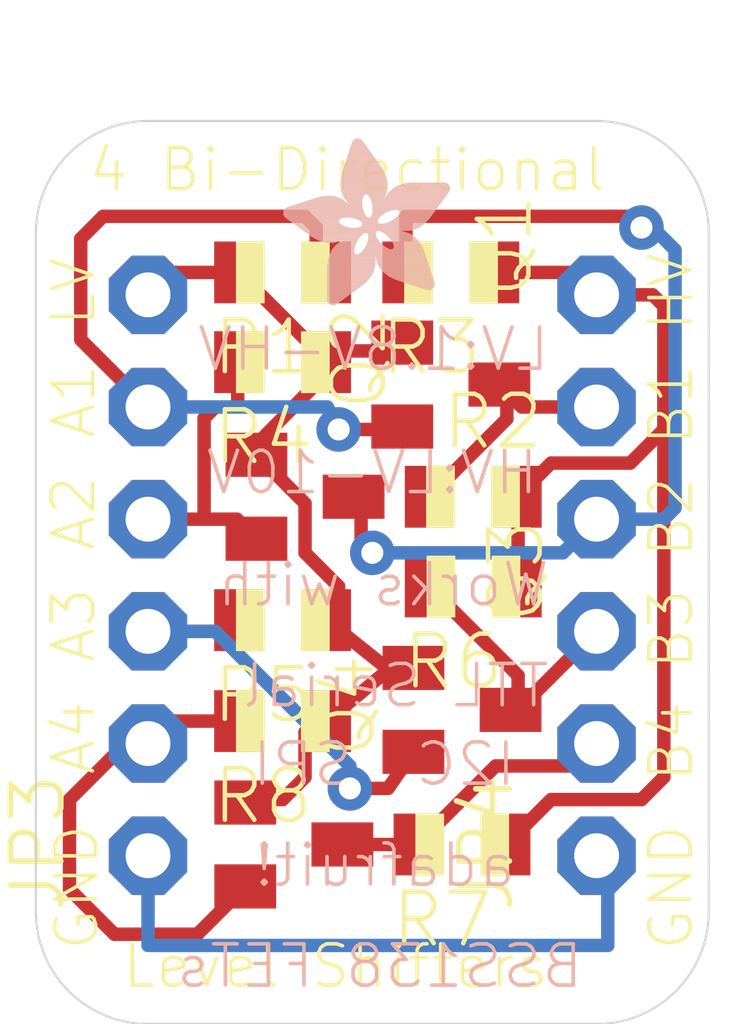
<source format=kicad_pcb>
(kicad_pcb (version 20221018) (generator pcbnew)
  (layers (0 "F.Cu" signal) (1 "In1.Cu" signal) (2 "In2.Cu" signal) (3 "In3.Cu" signal) (4 "In4.Cu" signal) (5 "In5.Cu" signal) (6 "In6.Cu" signal) (7 "In7.Cu" signal) (8 "In8.Cu" signal) (9 "In9.Cu" signal) (10 "In10.Cu" signal) (11 "In11.Cu" signal) (12 "In12.Cu" signal) (13 "In13.Cu" signal) (14 "In14.Cu" signal) (31 "B.Cu" signal) (34 "B.Paste" user) (35 "F.Paste" user) (36 "B.SilkS" user "B.Silkscreen") (37 "F.SilkS" user "F.Silkscreen") (38 "B.Mask" user) (39 "F.Mask" user) (44 "Edge.Cuts" user))
  (net 0 "")
  (net 1 "GND")
  (net 2 "N$6")
  (net 3 "N$8")
  (net 4 "N$9")
  (net 5 "N$2")
  (net 6 "+3V3")
  (net 7 "+5V")
  (net 8 "N$1")
  (net 9 "N$3")
  (net 10 "N$4")
  (net 11 "N$5")
  (footprint "working:R0805" (layer "F.Cu") (at 146.4691 100.2411 180)
    (fp_text reference "R4" (at -0.762 -1.016 180) (layer "F.SilkS") (effects (font (size 1.1684 1.1684) (thickness 0.1016)) (justify right top)))
    (fp_text value "10K")
    (pad "1" smd rect (at -1 0 180) (size 1.1 1.4) (layers "F.Cu" "F.Paste" "F.Mask") (net 6 "+3V3"))
    (pad "2" smd rect (at 1 0 180) (size 1.1 1.4) (layers "F.Cu" "F.Paste" "F.Mask") (net 2 "N$6"))
  )
  (footprint "working:R0805" (layer "F.Cu") (at 146.4691 108.3691 180)
    (fp_text reference "R8" (at -0.762 -1.016 180) (layer "F.SilkS") (effects (font (size 1.1684 1.1684) (thickness 0.1016)) (justify right top)))
    (fp_text value "10K")
    (pad "1" smd rect (at -1 0 180) (size 1.1 1.4) (layers "F.Cu" "F.Paste" "F.Mask") (net 6 "+3V3"))
    (pad "2" smd rect (at 1 0 180) (size 1.1 1.4) (layers "F.Cu" "F.Paste" "F.Mask") (net 10 "N$4"))
  )
  (footprint "working:SOT23" (layer "F.Cu") (at 150.5331 108.1151 -90)
    (fp_text reference "Q3" (at -1.905 -1.905 -90) (layer "F.SilkS") (effects (font (size 1.1684 1.1684) (thickness 0.1016)) (justify left bottom)))
    (fp_text value "BSS138")
    (pad "1" smd rect (at -0.95 1.1 270) (size 1 1.4) (layers "F.Cu" "F.Paste" "F.Mask") (net 6 "+3V3"))
    (pad "2" smd rect (at 0.95 1.1 270) (size 1 1.4) (layers "F.Cu" "F.Paste" "F.Mask") (net 9 "N$3"))
    (pad "3" smd rect (at 0 -1.1 270) (size 1 1.4) (layers "F.Cu" "F.Paste" "F.Mask") (net 8 "N$1"))
  )
  (footprint "working:SOT23" (layer "F.Cu") (at 150.2791 100.7491 -90)
    (fp_text reference "Q1" (at -1.905 -1.905 -90) (layer "F.SilkS") (effects (font (size 1.1684 1.1684) (thickness 0.1016)) (justify left bottom)))
    (fp_text value "BSS138")
    (pad "1" smd rect (at -0.95 1.1 270) (size 1 1.4) (layers "F.Cu" "F.Paste" "F.Mask") (net 6 "+3V3"))
    (pad "2" smd rect (at 0.95 1.1 270) (size 1 1.4) (layers "F.Cu" "F.Paste" "F.Mask") (net 4 "N$9"))
    (pad "3" smd rect (at 0 -1.1 270) (size 1 1.4) (layers "F.Cu" "F.Paste" "F.Mask") (net 5 "N$2"))
  )
  (footprint "working:R0805" (layer "F.Cu") (at 146.4691 106.0831 180)
    (fp_text reference "R5" (at -0.762 -1.016 180) (layer "F.SilkS") (effects (font (size 1.1684 1.1684) (thickness 0.1016)) (justify right top)))
    (fp_text value "10K")
    (pad "1" smd rect (at -1 0 180) (size 1.1 1.4) (layers "F.Cu" "F.Paste" "F.Mask") (net 6 "+3V3"))
    (pad "2" smd rect (at 1 0 180) (size 1.1 1.4) (layers "F.Cu" "F.Paste" "F.Mask") (net 9 "N$3"))
  )
  (footprint "working:1X06-CLEANBIG" (layer "F.Cu") (at 143.4211 105.0671 90)
    (fp_text reference "JP3" (at -7.6962 -1.8288 90) (layer "F.SilkS") (effects (font (size 1.143 1.143) (thickness 0.127)) (justify left bottom)))
    (fp_text value "")
    (pad "1" thru_hole roundrect (at -6.35 0 180) (size 1.778 1.778) (drill 1.016) (layers "*.Cu" "*.Mask") (chamfer_ratio 0.2928932188) (chamfer top_left top_right bottom_left bottom_right) (net 1 "GND"))
    (pad "2" thru_hole roundrect (at -3.81 0 180) (size 1.778 1.778) (drill 1.016) (layers "*.Cu" "*.Mask") (chamfer_ratio 0.2928932188) (chamfer top_left top_right bottom_left bottom_right) (net 10 "N$4"))
    (pad "3" thru_hole roundrect (at -1.27 0 180) (size 1.778 1.778) (drill 1.016) (layers "*.Cu" "*.Mask") (chamfer_ratio 0.2928932188) (chamfer top_left top_right bottom_left bottom_right) (net 9 "N$3"))
    (pad "4" thru_hole roundrect (at 1.27 0 180) (size 1.778 1.778) (drill 1.016) (layers "*.Cu" "*.Mask") (chamfer_ratio 0.2928932188) (chamfer top_left top_right bottom_left bottom_right) (net 2 "N$6"))
    (pad "5" thru_hole roundrect (at 3.81 0 180) (size 1.778 1.778) (drill 1.016) (layers "*.Cu" "*.Mask") (chamfer_ratio 0.2928932188) (chamfer top_left top_right bottom_left bottom_right) (net 4 "N$9"))
    (pad "6" thru_hole roundrect (at 6.35 0 180) (size 1.778 1.778) (drill 1.016) (layers "*.Cu" "*.Mask") (chamfer_ratio 0.2928932188) (chamfer top_left top_right bottom_left bottom_right) (net 6 "+3V3"))
  )
  (footprint "working:SOT23" (layer "F.Cu") (at 146.9771 103.2891 -90)
    (fp_text reference "Q2" (at -1.905 -1.905 -90) (layer "F.SilkS") (effects (font (size 1.1684 1.1684) (thickness 0.1016)) (justify left bottom)))
    (fp_text value "BSS138")
    (pad "1" smd rect (at -0.95 1.1 270) (size 1 1.4) (layers "F.Cu" "F.Paste" "F.Mask") (net 6 "+3V3"))
    (pad "2" smd rect (at 0.95 1.1 270) (size 1 1.4) (layers "F.Cu" "F.Paste" "F.Mask") (net 2 "N$6"))
    (pad "3" smd rect (at 0 -1.1 270) (size 1 1.4) (layers "F.Cu" "F.Paste" "F.Mask") (net 3 "N$8"))
  )
  (footprint "working:R0805" (layer "F.Cu") (at 150.7871 103.2891)
    (fp_text reference "R2" (at -0.762 -1.016) (layer "F.SilkS") (effects (font (size 1.1684 1.1684) (thickness 0.1016)) (justify left bottom)))
    (fp_text value "10K")
    (pad "1" smd rect (at -1 0) (size 1.1 1.4) (layers "F.Cu" "F.Paste" "F.Mask") (net 5 "N$2"))
    (pad "2" smd rect (at 1 0) (size 1.1 1.4) (layers "F.Cu" "F.Paste" "F.Mask") (net 7 "+5V"))
  )
  (footprint "working:SOT23" (layer "F.Cu") (at 146.7231 111.1631 -90)
    (fp_text reference "Q4" (at -1.905 -1.905 -90) (layer "F.SilkS") (effects (font (size 1.1684 1.1684) (thickness 0.1016)) (justify left bottom)))
    (fp_text value "BSS138")
    (pad "1" smd rect (at -0.95 1.1 270) (size 1 1.4) (layers "F.Cu" "F.Paste" "F.Mask") (net 6 "+3V3"))
    (pad "2" smd rect (at 0.95 1.1 270) (size 1 1.4) (layers "F.Cu" "F.Paste" "F.Mask") (net 10 "N$4"))
    (pad "3" smd rect (at 0 -1.1 270) (size 1 1.4) (layers "F.Cu" "F.Paste" "F.Mask") (net 11 "N$5"))
  )
  (footprint "working:R0805" (layer "F.Cu") (at 150.2791 98.2091 180)
    (fp_text reference "R3" (at -0.762 -1.016 180) (layer "F.SilkS") (effects (font (size 1.1684 1.1684) (thickness 0.1016)) (justify right top)))
    (fp_text value "10K")
    (pad "1" smd rect (at -1 0 180) (size 1.1 1.4) (layers "F.Cu" "F.Paste" "F.Mask") (net 7 "+5V"))
    (pad "2" smd rect (at 1 0 180) (size 1.1 1.4) (layers "F.Cu" "F.Paste" "F.Mask") (net 3 "N$8"))
  )
  (footprint "working:1X06-CLEANBIG" (layer "F.Cu") (at 153.5811 105.0671 90)
    (fp_text reference "JP4" (at -7.6962 -1.8288 90) (layer "F.SilkS") (effects (font (size 1.143 1.143) (thickness 0.127)) (justify left bottom)))
    (fp_text value "")
    (pad "1" thru_hole roundrect (at -6.35 0 180) (size 1.778 1.778) (drill 1.016) (layers "*.Cu" "*.Mask") (chamfer_ratio 0.2928932188) (chamfer top_left top_right bottom_left bottom_right) (net 1 "GND"))
    (pad "2" thru_hole roundrect (at -3.81 0 180) (size 1.778 1.778) (drill 1.016) (layers "*.Cu" "*.Mask") (chamfer_ratio 0.2928932188) (chamfer top_left top_right bottom_left bottom_right) (net 11 "N$5"))
    (pad "3" thru_hole roundrect (at -1.27 0 180) (size 1.778 1.778) (drill 1.016) (layers "*.Cu" "*.Mask") (chamfer_ratio 0.2928932188) (chamfer top_left top_right bottom_left bottom_right) (net 8 "N$1"))
    (pad "4" thru_hole roundrect (at 1.27 0 180) (size 1.778 1.778) (drill 1.016) (layers "*.Cu" "*.Mask") (chamfer_ratio 0.2928932188) (chamfer top_left top_right bottom_left bottom_right) (net 3 "N$8"))
    (pad "5" thru_hole roundrect (at 3.81 0 180) (size 1.778 1.778) (drill 1.016) (layers "*.Cu" "*.Mask") (chamfer_ratio 0.2928932188) (chamfer top_left top_right bottom_left bottom_right) (net 5 "N$2"))
    (pad "6" thru_hole roundrect (at 6.35 0 180) (size 1.778 1.778) (drill 1.016) (layers "*.Cu" "*.Mask") (chamfer_ratio 0.2928932188) (chamfer top_left top_right bottom_left bottom_right) (net 7 "+5V"))
  )
  (footprint "working:R0805" (layer "F.Cu") (at 146.4691 98.2091 180)
    (fp_text reference "R1" (at -0.762 -1.016 180) (layer "F.SilkS") (effects (font (size 1.1684 1.1684) (thickness 0.1016)) (justify right top)))
    (fp_text value "10K")
    (pad "1" smd rect (at -1 0 180) (size 1.1 1.4) (layers "F.Cu" "F.Paste" "F.Mask") (net 4 "N$9"))
    (pad "2" smd rect (at 1 0 180) (size 1.1 1.4) (layers "F.Cu" "F.Paste" "F.Mask") (net 6 "+3V3"))
  )
  (footprint "working:R0805" (layer "F.Cu") (at 150.7871 105.3211 180)
    (fp_text reference "R6" (at -0.762 -1.016 180) (layer "F.SilkS") (effects (font (size 1.1684 1.1684) (thickness 0.1016)) (justify right top)))
    (fp_text value "10K")
    (pad "1" smd rect (at -1 0 180) (size 1.1 1.4) (layers "F.Cu" "F.Paste" "F.Mask") (net 7 "+5V"))
    (pad "2" smd rect (at 1 0 180) (size 1.1 1.4) (layers "F.Cu" "F.Paste" "F.Mask") (net 8 "N$1"))
  )
  (footprint "working:R0805" (layer "F.Cu") (at 150.5331 111.1631 180)
    (fp_text reference "R7" (at -0.762 -1.016 180) (layer "F.SilkS") (effects (font (size 1.1684 1.1684) (thickness 0.1016)) (justify right top)))
    (fp_text value "10K")
    (pad "1" smd rect (at -1 0 180) (size 1.1 1.4) (layers "F.Cu" "F.Paste" "F.Mask") (net 7 "+5V"))
    (pad "2" smd rect (at 1 0 180) (size 1.1 1.4) (layers "F.Cu" "F.Paste" "F.Mask") (net 11 "N$5"))
  )
  (footprint "working:ADAFRUIT_3.5MM" (layer "B.Cu") (at 150.2791 98.9711 180)
    (fp_text reference "U$1" hide)
    (fp_text value "" hide)
  )
  (gr_line (start 153.5811 94.7801) (end 143.4211 94.7801) (stroke (width 0.05)) (layer "Edge.Cuts"))
  (gr_arc (start 140.8811 97.3201) (mid 141.625049 95.524049) (end 143.4211 94.7801) (stroke (width 0.05)) (layer "Edge.Cuts"))
  (gr_arc (start 153.5811 94.7801) (mid 155.377151 95.524049) (end 156.1211 97.3201) (stroke (width 0.05)) (layer "Edge.Cuts"))
  (gr_arc (start 156.1211 112.6871) (mid 155.377151 114.483151) (end 153.5811 115.2271) (stroke (width 0.05)) (layer "Edge.Cuts"))
  (gr_line (start 143.4211 115.2271) (end 153.5811 115.2271) (stroke (width 0.05)) (layer "Edge.Cuts"))
  (gr_arc (start 143.4211 115.2271) (mid 141.625049 114.483151) (end 140.8811 112.6871) (stroke (width 0.05)) (layer "Edge.Cuts"))
  (gr_line (start 140.8811 97.3201) (end 140.8811 112.6871) (stroke (width 0.05)) (layer "Edge.Cuts"))
  (gr_line (start 156.1211 112.6871) (end 156.1211 97.3201) (stroke (width 0.05)) (layer "Edge.Cuts"))
  (gr_text "adafruit!" (at 151.8031 112.1791) (layer "B.SilkS") (effects (font (size 0.93472 0.93472) (thickness 0.08128)) (justify left bottom mirror)))
  (gr_text "Works with" (at 152.5651 105.8291) (layer "B.SilkS") (effects (font (size 0.93472 0.93472) (thickness 0.08128)) (justify left bottom mirror)))
  (gr_text "I2C  SPI" (at 151.8031 109.8931) (layer "B.SilkS") (effects (font (size 0.93472 0.93472) (thickness 0.08128)) (justify left bottom mirror)))
  (gr_text "BSS138 FETs" (at 153.3271 114.4651) (layer "B.SilkS") (effects (font (size 0.93472 0.93472) (thickness 0.08128)) (justify left bottom mirror)))
  (gr_text "LV:1.8V-HV" (at 152.5651 100.4951) (layer "B.SilkS") (effects (font (size 0.93472 0.93472) (thickness 0.08128)) (justify left bottom mirror)))
  (gr_text "TTL Serial" (at 152.5651 108.1151) (layer "B.SilkS") (effects (font (size 0.93472 0.93472) (thickness 0.08128)) (justify left bottom mirror)))
  (gr_text "HV:LV-10V" (at 152.3111 103.2891) (layer "B.SilkS") (effects (font (size 0.93472 0.93472) (thickness 0.08128)) (justify left bottom mirror)))
  (gr_text "B3" (at 154.7241 105.3211 90) (layer "F.SilkS") (effects (font (size 0.93472 0.93472) (thickness 0.08128)) (justify right top)))
  (gr_text "GND" (at 154.7241 110.6551 90) (layer "F.SilkS") (effects (font (size 0.93472 0.93472) (thickness 0.08128)) (justify right top)))
  (gr_text "A4" (at 142.2781 109.6391 90) (layer "F.SilkS") (effects (font (size 0.93472 0.93472) (thickness 0.08128)) (justify left bottom)))
  (gr_text "A3" (at 142.2781 107.0991 90) (layer "F.SilkS") (effects (font (size 0.93472 0.93472) (thickness 0.08128)) (justify left bottom)))
  (gr_text "B1" (at 154.7241 100.2411 90) (layer "F.SilkS") (effects (font (size 0.93472 0.93472) (thickness 0.08128)) (justify right top)))
  (gr_text "GND" (at 141.2621 110.6551 90) (layer "F.SilkS") (effects (font (size 0.93472 0.93472) (thickness 0.08128)) (justify right top)))
  (gr_text "Level Shifters" (at 142.7861 114.4651) (layer "F.SilkS") (effects (font (size 0.93472 0.93472) (thickness 0.08128)) (justify left bottom)))
  (gr_text "4 Bi-Directional" (at 142.0241 96.4311) (layer "F.SilkS") (effects (font (size 0.93472 0.93472) (thickness 0.08128)) (justify left bottom)))
  (gr_text "A1" (at 142.2781 102.0191 90) (layer "F.SilkS") (effects (font (size 0.93472 0.93472) (thickness 0.08128)) (justify left bottom)))
  (gr_text "B4" (at 154.7241 107.8611 90) (layer "F.SilkS") (effects (font (size 0.93472 0.93472) (thickness 0.08128)) (justify right top)))
  (gr_text "B2" (at 154.7241 102.7811 90) (layer "F.SilkS") (effects (font (size 0.93472 0.93472) (thickness 0.08128)) (justify right top)))
  (gr_text "HV" (at 154.7241 97.7011 90) (layer "F.SilkS") (effects (font (size 0.93472 0.93472) (thickness 0.08128)) (justify right top)))
  (gr_text "A2" (at 142.2781 104.5591 90) (layer "F.SilkS") (effects (font (size 0.93472 0.93472) (thickness 0.08128)) (justify left bottom)))
  (gr_text "LV" (at 142.2781 99.4791 90) (layer "F.SilkS") (effects (font (size 0.93472 0.93472) (thickness 0.08128)) (justify left bottom)))
  (segment (start 153.8351 111.4171) (end 153.8351 113.4491) (width 0.3048) (layer "B.Cu") (net 1))
  (segment (start 153.8351 113.4491) (end 143.4211 113.4491) (width 0.3048) (layer "B.Cu") (net 1))
  (segment (start 143.4211 113.4491) (end 143.4211 111.4171) (width 0.3048) (layer "B.Cu") (net 1))
  (segment (start 153.5811 111.4171) (end 153.8351 111.4171) (width 0.3048) (layer "B.Cu") (net 1))
  (segment (start 145.4531 100.2571) (end 145.4531 101.2571) (width 0.3048) (layer "F.Cu") (net 2))
  (segment (start 145.4531 101.2571) (end 144.9451 101.2571) (width 0.3048) (layer "F.Cu") (net 2))
  (segment (start 144.6911 103.7971) (end 143.4211 103.7971) (width 0.3048) (layer "F.Cu") (net 2))
  (segment (start 145.4351 103.7971) (end 145.8771 104.2391) (width 0.3048) (layer "F.Cu") (net 2))
  (segment (start 145.4691 100.2411) (end 145.4531 100.2571) (width 0.3048) (layer "F.Cu") (net 2))
  (segment (start 145.4691 100.2411) (end 145.2151 99.9871) (width 0.3048) (layer "F.Cu") (net 2))
  (segment (start 144.9451 101.2571) (end 144.6911 101.5111) (width 0.3048) (layer "F.Cu") (net 2))
  (segment (start 144.6911 103.7971) (end 145.4351 103.7971) (width 0.3048) (layer "F.Cu") (net 2))
  (segment (start 144.6911 101.5111) (end 144.6911 103.7971) (width 0.3048) (layer "F.Cu") (net 2))
  (segment (start 143.4211 103.7971) (end 143.1671 103.7971) (width 0.3048) (layer "F.Cu") (net 2))
  (segment (start 149.2631 98.1931) (end 149.2791 98.2091) (width 0.3048) (layer "F.Cu") (net 3))
  (segment (start 148.2471 103.2891) (end 148.2471 104.3051) (width 0.3048) (layer "F.Cu") (net 3))
  (segment (start 154.5971 97.1931) (end 154.3431 96.9391) (width 0.3048) (layer "F.Cu") (net 3))
  (segment (start 154.3431 96.9391) (end 149.2631 96.9391) (width 0.3048) (layer "F.Cu") (net 3))
  (segment (start 149.2631 96.9391) (end 149.2631 98.1931) (width 0.3048) (layer "F.Cu") (net 3))
  (segment (start 148.2471 104.3051) (end 148.5011 104.5591) (width 0.3048) (layer "F.Cu") (net 3))
  (segment (start 148.0771 103.2891) (end 148.2471 103.2891) (width 0.3048) (layer "F.Cu") (net 3))
  (via (at 154.5971 97.1931) (size 1.008) (drill 0.5) (layers "F.Cu" "B.Cu") (net 3))
  (via (at 148.5011 104.5591) (size 1.008) (drill 0.5) (layers "F.Cu" "B.Cu") (net 3))
  (segment (start 153.5811 103.7971) (end 155.1051 103.7971) (width 0.3048) (layer "B.Cu") (net 3))
  (segment (start 155.3591 103.5431) (end 155.3591 97.7011) (width 0.3048) (layer "B.Cu") (net 3))
  (segment (start 148.5011 104.5591) (end 152.8191 104.5591) (width 0.3048) (layer "B.Cu") (net 3))
  (segment (start 155.3591 97.7011) (end 154.8511 97.1931) (width 0.3048) (layer "B.Cu") (net 3))
  (segment (start 152.8191 104.5591) (end 153.5811 103.7971) (width 0.3048) (layer "B.Cu") (net 3))
  (segment (start 155.1051 103.7971) (end 155.3591 103.5431) (width 0.3048) (layer "B.Cu") (net 3))
  (segment (start 154.8511 97.1931) (end 154.5971 97.1931) (width 0.3048) (layer "B.Cu") (net 3))
  (segment (start 146.9771 96.9391) (end 147.2311 97.1931) (width 0.3048) (layer "F.Cu") (net 4))
  (segment (start 149.1131 101.7651) (end 149.1791 101.6991) (width 0.3048) (layer "F.Cu") (net 4))
  (segment (start 147.2311 98.2091) (end 147.4691 98.2091) (width 0.3048) (layer "F.Cu") (net 4))
  (segment (start 141.8971 99.7331) (end 141.8971 97.4471) (width 0.3048) (layer "F.Cu") (net 4))
  (segment (start 141.8971 99.7331) (end 143.4211 101.2571) (width 0.3048) (layer "F.Cu") (net 4))
  (segment (start 142.4051 96.9391) (end 146.9771 96.9391) (width 0.3048) (layer "F.Cu") (net 4))
  (segment (start 141.8971 97.4471) (end 142.4051 96.9391) (width 0.3048) (layer "F.Cu") (net 4))
  (segment (start 147.7391 101.7651) (end 149.1131 101.7651) (width 0.3048) (layer "F.Cu") (net 4))
  (segment (start 147.2311 97.1931) (end 147.2311 98.2091) (width 0.3048) (layer "F.Cu") (net 4))
  (via (at 147.7391 101.7651) (size 1.008) (drill 0.5) (layers "F.Cu" "B.Cu") (net 4))
  (segment (start 147.4851 101.2571) (end 147.7391 101.7651) (width 0.3048) (layer "B.Cu") (net 4))
  (segment (start 143.4211 101.2571) (end 147.4851 101.2571) (width 0.3048) (layer "B.Cu") (net 4))
  (segment (start 149.7871 103.2891) (end 151.5491 101.5271) (width 0.3048) (layer "F.Cu") (net 5))
  (segment (start 151.3791 100.7491) (end 151.0411 100.7491) (width 0.3048) (layer "F.Cu") (net 5))
  (segment (start 151.5491 101.5271) (end 151.5491 100.7491) (width 0.3048) (layer "F.Cu") (net 5))
  (segment (start 151.3791 100.7491) (end 151.8871 101.2571) (width 0.3048) (layer "F.Cu") (net 5))
  (segment (start 151.5491 100.7491) (end 151.3791 100.7491) (width 0.3048) (layer "F.Cu") (net 5))
  (segment (start 151.8871 101.2571) (end 153.5811 101.2571) (width 0.3048) (layer "F.Cu") (net 5))
  (segment (start 147.5011 100.2411) (end 147.7391 100.2411) (width 0.3048) (layer "F.Cu") (net 6))
  (segment (start 147.2311 100.2411) (end 147.4691 100.2411) (width 0.3048) (layer "F.Cu") (net 6))
  (segment (start 145.9611 102.2551) (end 145.9611 102.0191) (width 0.3048) (layer "F.Cu") (net 6))
  (segment (start 149.2631 107.0991) (end 149.6211 107.0991) (width 0.3048) (layer "F.Cu") (net 6))
  (segment (start 148.9931 107.0991) (end 147.4691 108.3691) (width 0.3048) (layer "F.Cu") (net 6))
  (segment (start 147.4691 106.0831) (end 147.7391 106.0671) (width 0.3048) (layer "F.Cu") (net 6))
  (segment (start 147.7391 108.3691) (end 147.7391 108.8771) (width 0.3048) (layer "F.Cu") (net 6))
  (segment (start 149.0091 99.9691) (end 149.1791 99.7991) (width 0.3048) (layer "F.Cu") (net 6))
  (segment (start 149.6211 107.0991) (end 149.7531 107.0991) (width 0.3048) (layer "F.Cu") (net 6))
  (segment (start 147.7231 99.9871) (end 149.0091 99.9871) (width 0.3048) (layer "F.Cu") (net 6))
  (segment (start 149.7531 107.0991) (end 149.7711 107.0991) (width 0.3048) (layer "F.Cu") (net 6))
  (segment (start 146.9771 109.6391) (end 146.4691 110.1471) (width 0.3048) (layer "F.Cu") (net 6))
  (segment (start 147.5011 100.2411) (end 145.4691 98.2091) (width 0.3048) (layer "F.Cu") (net 6))
  (segment (start 147.7391 106.0671) (end 147.7391 105.3211) (width 0.3048) (layer "F.Cu") (net 6))
  (segment (start 149.2631 107.0991) (end 148.9931 107.0991) (width 0.3048) (layer "F.Cu") (net 6))
  (segment (start 147.4691 108.3691) (end 147.7391 108.3691) (width 0.3048) (layer "F.Cu") (net 6))
  (segment (start 145.8771 102.3391) (end 145.9611 102.2551) (width 0.3048) (layer "F.Cu") (net 6))
  (segment (start 147.4691 106.0831) (end 148.7391 107.0991) (width 0.3048) (layer "F.Cu") (net 6))
  (segment (start 147.7391 105.3211) (end 146.9771 104.5591) (width 0.3048) (layer "F.Cu") (net 6))
  (segment (start 149.6211 107.0991) (end 149.4331 107.1651) (width 0.3048) (layer "F.Cu") (net 6))
  (segment (start 149.7531 107.0991) (end 149.4331 107.1651) (width 0.3048) (layer "F.Cu") (net 6))
  (segment (start 145.9611 102.0191) (end 147.2311 100.7311) (width 0.3048) (layer "F.Cu") (net 6))
  (segment (start 145.4691 98.2091) (end 143.9291 98.2091) (width 0.3048) (layer "F.Cu") (net 6))
  (segment (start 146.9771 108.6231) (end 146.9771 109.6391) (width 0.3048) (layer "F.Cu") (net 6))
  (segment (start 147.4691 100.2411) (end 147.7231 99.9871) (width 0.3048) (layer "F.Cu") (net 6))
  (segment (start 147.7391 108.8771) (end 147.2311 108.3691) (width 0.3048) (layer "F.Cu") (net 6))
  (segment (start 146.9771 103.4391) (end 145.8771 102.3391) (width 0.3048) (layer "F.Cu") (net 6))
  (segment (start 147.2311 108.3691) (end 146.9771 108.6231) (width 0.3048) (layer "F.Cu") (net 6))
  (segment (start 146.9771 104.5591) (end 146.9771 103.4391) (width 0.3048) (layer "F.Cu") (net 6))
  (segment (start 145.6891 110.1471) (end 145.6231 110.2131) (width 0.3048) (layer "F.Cu") (net 6))
  (segment (start 147.4691 100.2411) (end 147.5011 100.2411) (width 0.3048) (layer "F.Cu") (net 6))
  (segment (start 143.9291 98.2091) (end 143.4211 98.7171) (width 0.3048) (layer "F.Cu") (net 6))
  (segment (start 146.4691 110.1471) (end 145.6891 110.1471) (width 0.3048) (layer "F.Cu") (net 6))
  (segment (start 147.2311 100.7311) (end 147.2311 100.2411) (width 0.3048) (layer "F.Cu") (net 6))
  (segment (start 148.7391 107.0991) (end 148.9931 107.0991) (width 0.3048) (layer "F.Cu") (net 6))
  (segment (start 149.0091 99.9871) (end 149.0091 99.9691) (width 0.3048) (layer "F.Cu") (net 6))
  (segment (start 155.1051 101.7651) (end 154.3431 102.5271) (width 0.3048) (layer "F.Cu") (net 7))
  (segment (start 154.3431 102.5271) (end 152.5491 102.5271) (width 0.3048) (layer "F.Cu") (net 7))
  (segment (start 151.8031 103.2891) (end 151.8031 105.3051) (width 0.3048) (layer "F.Cu") (net 7))
  (segment (start 152.5491 102.5271) (end 151.7871 103.2891) (width 0.3048) (layer "F.Cu") (net 7))
  (segment (start 151.8031 105.3051) (end 151.7871 105.3211) (width 0.3048) (layer "F.Cu") (net 7))
  (segment (start 154.8511 98.7171) (end 153.5811 98.7171) (width 0.3048) (layer "F.Cu") (net 7))
  (segment (start 155.1051 109.6391) (end 155.1051 101.7651) (width 0.3048) (layer "F.Cu") (net 7))
  (segment (start 155.1051 98.9711) (end 154.8511 98.7171) (width 0.3048) (layer "F.Cu") (net 7))
  (segment (start 151.7871 103.2891) (end 151.8031 103.2891) (width 0.3048) (layer "F.Cu") (net 7))
  (segment (start 153.5811 98.7171) (end 153.0731 98.2091) (width 0.3048) (layer "F.Cu") (net 7))
  (segment (start 153.0731 98.2091) (end 151.2791 98.2091) (width 0.3048) (layer "F.Cu") (net 7))
  (segment (start 152.5491 110.1471) (end 151.5331 111.1631) (width 0.3048) (layer "F.Cu") (net 7))
  (segment (start 155.1051 101.7651) (end 155.1051 98.9711) (width 0.3048) (layer "F.Cu") (net 7))
  (segment (start 154.5971 110.1471) (end 155.1051 109.6391) (width 0.3048) (layer "F.Cu") (net 7))
  (segment (start 154.5971 110.1471) (end 152.5491 110.1471) (width 0.3048) (layer "F.Cu") (net 7))
  (segment (start 151.8031 108.1151) (end 153.5811 106.3371) (width 0.3048) (layer "F.Cu") (net 8))
  (segment (start 151.8031 107.3371) (end 151.8031 108.1151) (width 0.3048) (layer "F.Cu") (net 8))
  (segment (start 151.8031 108.1151) (end 151.6331 108.1151) (width 0.3048) (layer "F.Cu") (net 8))
  (segment (start 149.7871 105.3211) (end 151.8031 107.3371) (width 0.3048) (layer "F.Cu") (net 8))
  (segment (start 145.4691 106.3371) (end 143.4211 106.3371) (width 0.3048) (layer "F.Cu") (net 9))
  (segment (start 148.8591 109.8931) (end 149.4331 109.0651) (width 0.3048) (layer "F.Cu") (net 9))
  (segment (start 145.4691 106.0831) (end 145.4691 106.3371) (width 0.3048) (layer "F.Cu") (net 9))
  (segment (start 147.9931 109.8931) (end 148.8591 109.8931) (width 0.3048) (layer "F.Cu") (net 9))
  (via (at 147.9931 109.8931) (size 1.008) (drill 0.5) (layers "F.Cu" "B.Cu") (net 9))
  (segment (start 144.9451 106.3371) (end 147.9931 109.3851) (width 0.3048) (layer "B.Cu") (net 9))
  (segment (start 143.4211 106.3371) (end 144.9451 106.3371) (width 0.3048) (layer "B.Cu") (net 9))
  (segment (start 147.9931 109.3851) (end 147.9931 109.8931) (width 0.3048) (layer "B.Cu") (net 9))
  (segment (start 143.9291 108.3691) (end 143.4211 108.8771) (width 0.3048) (layer "F.Cu") (net 10))
  (segment (start 145.4691 108.3691) (end 143.9291 108.3691) (width 0.3048) (layer "F.Cu") (net 10))
  (segment (start 143.4211 108.8771) (end 142.9131 108.8771) (width 0.3048) (layer "F.Cu") (net 10))
  (segment (start 142.9131 108.8771) (end 141.6431 110.1471) (width 0.3048) (layer "F.Cu") (net 10))
  (segment (start 141.6431 110.1471) (end 141.6431 112.1791) (width 0.3048) (layer "F.Cu") (net 10))
  (segment (start 144.5411 113.1951) (end 145.6231 112.1131) (width 0.3048) (layer "F.Cu") (net 10))
  (segment (start 141.6431 112.1791) (end 142.6591 113.1951) (width 0.3048) (layer "F.Cu") (net 10))
  (segment (start 142.6591 113.1951) (end 144.5411 113.1951) (width 0.3048) (layer "F.Cu") (net 10))
  (segment (start 151.2951 109.3851) (end 149.5171 111.1631) (width 0.3048) (layer "F.Cu") (net 11))
  (segment (start 151.2951 109.3851) (end 153.0731 109.3851) (width 0.3048) (layer "F.Cu") (net 11))
  (segment (start 147.8231 111.1631) (end 147.7391 111.1631) (width 0.3048) (layer "F.Cu") (net 11))
  (segment (start 153.0731 109.3851) (end 153.5811 108.8771) (width 0.3048) (layer "F.Cu") (net 11))
  (segment (start 149.5171 111.1631) (end 149.5331 111.1631) (width 0.3048) (layer "F.Cu") (net 11))
  (segment (start 149.5331 111.1631) (end 147.8231 111.1631) (width 0.3048) (layer "F.Cu") (net 11))
)
</source>
